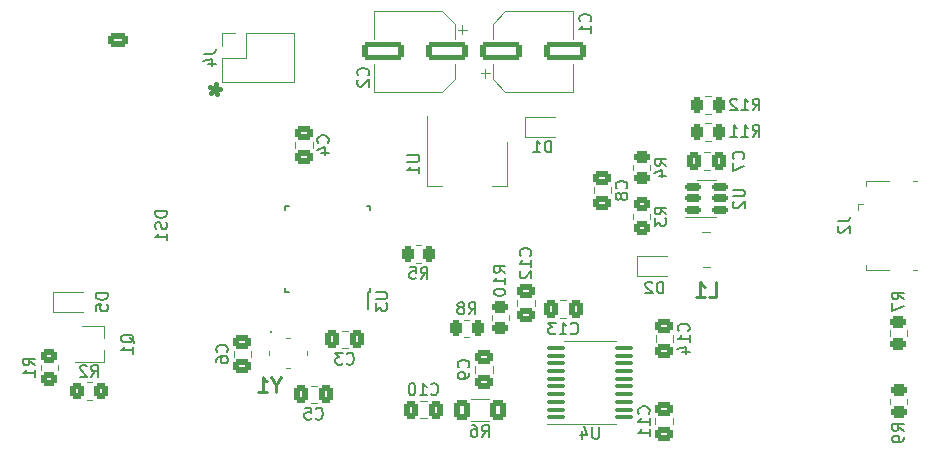
<source format=gbo>
%TF.GenerationSoftware,KiCad,Pcbnew,(6.0.0)*%
%TF.CreationDate,2022-11-20T21:00:10+02:00*%
%TF.ProjectId,djiFriend,646a6946-7269-4656-9e64-2e6b69636164,rev?*%
%TF.SameCoordinates,Original*%
%TF.FileFunction,Legend,Bot*%
%TF.FilePolarity,Positive*%
%FSLAX46Y46*%
G04 Gerber Fmt 4.6, Leading zero omitted, Abs format (unit mm)*
G04 Created by KiCad (PCBNEW (6.0.0)) date 2022-11-20 21:00:10*
%MOMM*%
%LPD*%
G01*
G04 APERTURE LIST*
G04 Aperture macros list*
%AMRoundRect*
0 Rectangle with rounded corners*
0 $1 Rounding radius*
0 $2 $3 $4 $5 $6 $7 $8 $9 X,Y pos of 4 corners*
0 Add a 4 corners polygon primitive as box body*
4,1,4,$2,$3,$4,$5,$6,$7,$8,$9,$2,$3,0*
0 Add four circle primitives for the rounded corners*
1,1,$1+$1,$2,$3*
1,1,$1+$1,$4,$5*
1,1,$1+$1,$6,$7*
1,1,$1+$1,$8,$9*
0 Add four rect primitives between the rounded corners*
20,1,$1+$1,$2,$3,$4,$5,0*
20,1,$1+$1,$4,$5,$6,$7,0*
20,1,$1+$1,$6,$7,$8,$9,0*
20,1,$1+$1,$8,$9,$2,$3,0*%
G04 Aperture macros list end*
%ADD10C,0.381000*%
%ADD11C,0.150000*%
%ADD12C,0.254000*%
%ADD13C,0.120000*%
%ADD14C,0.100000*%
%ADD15C,1.700000*%
%ADD16C,1.540000*%
%ADD17C,1.950000*%
%ADD18C,3.200000*%
%ADD19R,1.700000X1.700000*%
%ADD20R,1.800000X1.800000*%
%ADD21C,1.800000*%
%ADD22RoundRect,0.250000X-0.625000X0.350000X-0.625000X-0.350000X0.625000X-0.350000X0.625000X0.350000X0*%
%ADD23O,1.750000X1.200000*%
%ADD24RoundRect,0.250000X0.475000X-0.337500X0.475000X0.337500X-0.475000X0.337500X-0.475000X-0.337500X0*%
%ADD25RoundRect,0.250000X0.350000X0.450000X-0.350000X0.450000X-0.350000X-0.450000X0.350000X-0.450000X0*%
%ADD26RoundRect,0.250000X-0.337500X-0.475000X0.337500X-0.475000X0.337500X0.475000X-0.337500X0.475000X0*%
%ADD27RoundRect,0.250000X-0.450000X0.262500X-0.450000X-0.262500X0.450000X-0.262500X0.450000X0.262500X0*%
%ADD28RoundRect,0.250000X-0.450000X0.350000X-0.450000X-0.350000X0.450000X-0.350000X0.450000X0.350000X0*%
%ADD29RoundRect,0.250000X0.262500X0.450000X-0.262500X0.450000X-0.262500X-0.450000X0.262500X-0.450000X0*%
%ADD30RoundRect,0.250000X0.337500X0.475000X-0.337500X0.475000X-0.337500X-0.475000X0.337500X-0.475000X0*%
%ADD31RoundRect,0.250000X-1.500000X-0.550000X1.500000X-0.550000X1.500000X0.550000X-1.500000X0.550000X0*%
%ADD32R,0.500000X0.500000*%
%ADD33R,1.350000X1.350000*%
%ADD34O,1.350000X1.350000*%
%ADD35RoundRect,0.250000X1.500000X0.550000X-1.500000X0.550000X-1.500000X-0.550000X1.500000X-0.550000X0*%
%ADD36R,0.850000X2.700000*%
%ADD37R,1.300000X1.100000*%
%ADD38R,1.500000X2.000000*%
%ADD39R,3.800000X2.000000*%
%ADD40R,1.220000X0.650000*%
%ADD41RoundRect,0.250000X-0.262500X-0.450000X0.262500X-0.450000X0.262500X0.450000X-0.262500X0.450000X0*%
%ADD42RoundRect,0.150000X-0.512500X-0.150000X0.512500X-0.150000X0.512500X0.150000X-0.512500X0.150000X0*%
%ADD43RoundRect,0.250000X0.450000X-0.262500X0.450000X0.262500X-0.450000X0.262500X-0.450000X-0.262500X0*%
%ADD44RoundRect,0.250000X-0.475000X0.337500X-0.475000X-0.337500X0.475000X-0.337500X0.475000X0.337500X0*%
%ADD45RoundRect,0.250000X-0.400000X-0.625000X0.400000X-0.625000X0.400000X0.625000X-0.400000X0.625000X0*%
%ADD46R,0.550000X1.600000*%
%ADD47R,1.600000X0.550000*%
%ADD48R,1.350000X0.400000*%
%ADD49O,0.950000X1.250000*%
%ADD50O,1.550000X0.890000*%
%ADD51R,1.550000X1.500000*%
%ADD52R,1.550000X1.200000*%
%ADD53R,2.400000X3.700000*%
%ADD54RoundRect,0.100000X-0.687500X-0.100000X0.687500X-0.100000X0.687500X0.100000X-0.687500X0.100000X0*%
%ADD55RoundRect,0.250000X0.450000X-0.350000X0.450000X0.350000X-0.450000X0.350000X-0.450000X-0.350000X0*%
G04 APERTURE END LIST*
D10*
X81455113Y-55044486D02*
X81754455Y-54745144D01*
X81934060Y-55164223D02*
X81754455Y-54745144D01*
X81335376Y-54565539D01*
X82173534Y-54685276D02*
X81754455Y-54745144D01*
X81814323Y-54326065D01*
D11*
X77685980Y-65063114D02*
X76685980Y-65063114D01*
X76685980Y-65301209D01*
X76733600Y-65444066D01*
X76828838Y-65539304D01*
X76924076Y-65586923D01*
X77114552Y-65634542D01*
X77257409Y-65634542D01*
X77447885Y-65586923D01*
X77543123Y-65539304D01*
X77638361Y-65444066D01*
X77685980Y-65301209D01*
X77685980Y-65063114D01*
X77638361Y-66015495D02*
X77685980Y-66158352D01*
X77685980Y-66396447D01*
X77638361Y-66491685D01*
X77590742Y-66539304D01*
X77495504Y-66586923D01*
X77400266Y-66586923D01*
X77305028Y-66539304D01*
X77257409Y-66491685D01*
X77209790Y-66396447D01*
X77162171Y-66205971D01*
X77114552Y-66110733D01*
X77066933Y-66063114D01*
X76971695Y-66015495D01*
X76876457Y-66015495D01*
X76781219Y-66063114D01*
X76733600Y-66110733D01*
X76685980Y-66205971D01*
X76685980Y-66444066D01*
X76733600Y-66586923D01*
X77685980Y-67539304D02*
X77685980Y-66967876D01*
X77685980Y-67253590D02*
X76685980Y-67253590D01*
X76828838Y-67158352D01*
X76924076Y-67063114D01*
X76971695Y-66967876D01*
X108451742Y-68834942D02*
X108499361Y-68787323D01*
X108546980Y-68644466D01*
X108546980Y-68549228D01*
X108499361Y-68406371D01*
X108404123Y-68311133D01*
X108308885Y-68263514D01*
X108118409Y-68215895D01*
X107975552Y-68215895D01*
X107785076Y-68263514D01*
X107689838Y-68311133D01*
X107594600Y-68406371D01*
X107546980Y-68549228D01*
X107546980Y-68644466D01*
X107594600Y-68787323D01*
X107642219Y-68834942D01*
X108546980Y-69787323D02*
X108546980Y-69215895D01*
X108546980Y-69501609D02*
X107546980Y-69501609D01*
X107689838Y-69406371D01*
X107785076Y-69311133D01*
X107832695Y-69215895D01*
X107642219Y-70168276D02*
X107594600Y-70215895D01*
X107546980Y-70311133D01*
X107546980Y-70549228D01*
X107594600Y-70644466D01*
X107642219Y-70692085D01*
X107737457Y-70739704D01*
X107832695Y-70739704D01*
X107975552Y-70692085D01*
X108546980Y-70120657D01*
X108546980Y-70739704D01*
X71272676Y-79092380D02*
X71606010Y-78616190D01*
X71844105Y-79092380D02*
X71844105Y-78092380D01*
X71463152Y-78092380D01*
X71367914Y-78140000D01*
X71320295Y-78187619D01*
X71272676Y-78282857D01*
X71272676Y-78425714D01*
X71320295Y-78520952D01*
X71367914Y-78568571D01*
X71463152Y-78616190D01*
X71844105Y-78616190D01*
X70891724Y-78187619D02*
X70844105Y-78140000D01*
X70748867Y-78092380D01*
X70510771Y-78092380D01*
X70415533Y-78140000D01*
X70367914Y-78187619D01*
X70320295Y-78282857D01*
X70320295Y-78378095D01*
X70367914Y-78520952D01*
X70939343Y-79092380D01*
X70320295Y-79092380D01*
X90274166Y-82614742D02*
X90321785Y-82662361D01*
X90464642Y-82709980D01*
X90559880Y-82709980D01*
X90702738Y-82662361D01*
X90797976Y-82567123D01*
X90845595Y-82471885D01*
X90893214Y-82281409D01*
X90893214Y-82138552D01*
X90845595Y-81948076D01*
X90797976Y-81852838D01*
X90702738Y-81757600D01*
X90559880Y-81709980D01*
X90464642Y-81709980D01*
X90321785Y-81757600D01*
X90274166Y-81805219D01*
X89369404Y-81709980D02*
X89845595Y-81709980D01*
X89893214Y-82186171D01*
X89845595Y-82138552D01*
X89750357Y-82090933D01*
X89512261Y-82090933D01*
X89417023Y-82138552D01*
X89369404Y-82186171D01*
X89321785Y-82281409D01*
X89321785Y-82519504D01*
X89369404Y-82614742D01*
X89417023Y-82662361D01*
X89512261Y-82709980D01*
X89750357Y-82709980D01*
X89845595Y-82662361D01*
X89893214Y-82614742D01*
X140068380Y-72538833D02*
X139592190Y-72205500D01*
X140068380Y-71967404D02*
X139068380Y-71967404D01*
X139068380Y-72348357D01*
X139116000Y-72443595D01*
X139163619Y-72491214D01*
X139258857Y-72538833D01*
X139401714Y-72538833D01*
X139496952Y-72491214D01*
X139544571Y-72443595D01*
X139592190Y-72348357D01*
X139592190Y-71967404D01*
X139068380Y-72872166D02*
X139068380Y-73538833D01*
X140068380Y-73110261D01*
X66520790Y-78126133D02*
X66044600Y-77792800D01*
X66520790Y-77554704D02*
X65520790Y-77554704D01*
X65520790Y-77935657D01*
X65568410Y-78030895D01*
X65616029Y-78078514D01*
X65711267Y-78126133D01*
X65854124Y-78126133D01*
X65949362Y-78078514D01*
X65996981Y-78030895D01*
X66044600Y-77935657D01*
X66044600Y-77554704D01*
X66520790Y-79078514D02*
X66520790Y-78507085D01*
X66520790Y-78792800D02*
X65520790Y-78792800D01*
X65663648Y-78697561D01*
X65758886Y-78602323D01*
X65806505Y-78507085D01*
X103232066Y-73791980D02*
X103565400Y-73315790D01*
X103803495Y-73791980D02*
X103803495Y-72791980D01*
X103422542Y-72791980D01*
X103327304Y-72839600D01*
X103279685Y-72887219D01*
X103232066Y-72982457D01*
X103232066Y-73125314D01*
X103279685Y-73220552D01*
X103327304Y-73268171D01*
X103422542Y-73315790D01*
X103803495Y-73315790D01*
X102660638Y-73220552D02*
X102755876Y-73172933D01*
X102803495Y-73125314D01*
X102851114Y-73030076D01*
X102851114Y-72982457D01*
X102803495Y-72887219D01*
X102755876Y-72839600D01*
X102660638Y-72791980D01*
X102470161Y-72791980D01*
X102374923Y-72839600D01*
X102327304Y-72887219D01*
X102279685Y-72982457D01*
X102279685Y-73030076D01*
X102327304Y-73125314D01*
X102374923Y-73172933D01*
X102470161Y-73220552D01*
X102660638Y-73220552D01*
X102755876Y-73268171D01*
X102803495Y-73315790D01*
X102851114Y-73411028D01*
X102851114Y-73601504D01*
X102803495Y-73696742D01*
X102755876Y-73744361D01*
X102660638Y-73791980D01*
X102470161Y-73791980D01*
X102374923Y-73744361D01*
X102327304Y-73696742D01*
X102279685Y-73601504D01*
X102279685Y-73411028D01*
X102327304Y-73315790D01*
X102374923Y-73268171D01*
X102470161Y-73220552D01*
X127279457Y-58754180D02*
X127612790Y-58277990D01*
X127850885Y-58754180D02*
X127850885Y-57754180D01*
X127469933Y-57754180D01*
X127374695Y-57801800D01*
X127327076Y-57849419D01*
X127279457Y-57944657D01*
X127279457Y-58087514D01*
X127327076Y-58182752D01*
X127374695Y-58230371D01*
X127469933Y-58277990D01*
X127850885Y-58277990D01*
X126327076Y-58754180D02*
X126898504Y-58754180D01*
X126612790Y-58754180D02*
X126612790Y-57754180D01*
X126708028Y-57897038D01*
X126803266Y-57992276D01*
X126898504Y-58039895D01*
X125374695Y-58754180D02*
X125946123Y-58754180D01*
X125660409Y-58754180D02*
X125660409Y-57754180D01*
X125755647Y-57897038D01*
X125850885Y-57992276D01*
X125946123Y-58039895D01*
X100046757Y-80550142D02*
X100094376Y-80597761D01*
X100237233Y-80645380D01*
X100332471Y-80645380D01*
X100475328Y-80597761D01*
X100570566Y-80502523D01*
X100618185Y-80407285D01*
X100665804Y-80216809D01*
X100665804Y-80073952D01*
X100618185Y-79883476D01*
X100570566Y-79788238D01*
X100475328Y-79693000D01*
X100332471Y-79645380D01*
X100237233Y-79645380D01*
X100094376Y-79693000D01*
X100046757Y-79740619D01*
X99094376Y-80645380D02*
X99665804Y-80645380D01*
X99380090Y-80645380D02*
X99380090Y-79645380D01*
X99475328Y-79788238D01*
X99570566Y-79883476D01*
X99665804Y-79931095D01*
X98475328Y-79645380D02*
X98380090Y-79645380D01*
X98284852Y-79693000D01*
X98237233Y-79740619D01*
X98189614Y-79835857D01*
X98141995Y-80026333D01*
X98141995Y-80264428D01*
X98189614Y-80454904D01*
X98237233Y-80550142D01*
X98284852Y-80597761D01*
X98380090Y-80645380D01*
X98475328Y-80645380D01*
X98570566Y-80597761D01*
X98618185Y-80550142D01*
X98665804Y-80454904D01*
X98713423Y-80264428D01*
X98713423Y-80026333D01*
X98665804Y-79835857D01*
X98618185Y-79740619D01*
X98570566Y-79693000D01*
X98475328Y-79645380D01*
X113506342Y-48991133D02*
X113553961Y-48943514D01*
X113601580Y-48800657D01*
X113601580Y-48705419D01*
X113553961Y-48562561D01*
X113458723Y-48467323D01*
X113363485Y-48419704D01*
X113173009Y-48372085D01*
X113030152Y-48372085D01*
X112839676Y-48419704D01*
X112744438Y-48467323D01*
X112649200Y-48562561D01*
X112601580Y-48705419D01*
X112601580Y-48800657D01*
X112649200Y-48943514D01*
X112696819Y-48991133D01*
X113601580Y-49943514D02*
X113601580Y-49372085D01*
X113601580Y-49657800D02*
X112601580Y-49657800D01*
X112744438Y-49562561D01*
X112839676Y-49467323D01*
X112887295Y-49372085D01*
X119723795Y-72035530D02*
X119723795Y-71035530D01*
X119485700Y-71035530D01*
X119342842Y-71083150D01*
X119247604Y-71178388D01*
X119199985Y-71273626D01*
X119152366Y-71464102D01*
X119152366Y-71606959D01*
X119199985Y-71797435D01*
X119247604Y-71892673D01*
X119342842Y-71987911D01*
X119485700Y-72035530D01*
X119723795Y-72035530D01*
X118771414Y-71130769D02*
X118723795Y-71083150D01*
X118628557Y-71035530D01*
X118390461Y-71035530D01*
X118295223Y-71083150D01*
X118247604Y-71130769D01*
X118199985Y-71226007D01*
X118199985Y-71321245D01*
X118247604Y-71464102D01*
X118819033Y-72035530D01*
X118199985Y-72035530D01*
X80804780Y-51729466D02*
X81519066Y-51729466D01*
X81661923Y-51681847D01*
X81757161Y-51586609D01*
X81804780Y-51443752D01*
X81804780Y-51348514D01*
X81138114Y-52634228D02*
X81804780Y-52634228D01*
X80757161Y-52396133D02*
X81471447Y-52158038D01*
X81471447Y-52777085D01*
X94710342Y-53563133D02*
X94757961Y-53515514D01*
X94805580Y-53372657D01*
X94805580Y-53277419D01*
X94757961Y-53134561D01*
X94662723Y-53039323D01*
X94567485Y-52991704D01*
X94377009Y-52944085D01*
X94234152Y-52944085D01*
X94043676Y-52991704D01*
X93948438Y-53039323D01*
X93853200Y-53134561D01*
X93805580Y-53277419D01*
X93805580Y-53372657D01*
X93853200Y-53515514D01*
X93900819Y-53563133D01*
X93900819Y-53944085D02*
X93853200Y-53991704D01*
X93805580Y-54086942D01*
X93805580Y-54325038D01*
X93853200Y-54420276D01*
X93900819Y-54467895D01*
X93996057Y-54515514D01*
X94091295Y-54515514D01*
X94234152Y-54467895D01*
X94805580Y-53896466D01*
X94805580Y-54515514D01*
X91310342Y-59282033D02*
X91357961Y-59234414D01*
X91405580Y-59091557D01*
X91405580Y-58996319D01*
X91357961Y-58853461D01*
X91262723Y-58758223D01*
X91167485Y-58710604D01*
X90977009Y-58662985D01*
X90834152Y-58662985D01*
X90643676Y-58710604D01*
X90548438Y-58758223D01*
X90453200Y-58853461D01*
X90405580Y-58996319D01*
X90405580Y-59091557D01*
X90453200Y-59234414D01*
X90500819Y-59282033D01*
X90738914Y-60139176D02*
X91405580Y-60139176D01*
X90357961Y-59901080D02*
X91072247Y-59662985D01*
X91072247Y-60282033D01*
D12*
X123571666Y-72363723D02*
X124176428Y-72363723D01*
X124176428Y-71093723D01*
X122483095Y-72363723D02*
X123208809Y-72363723D01*
X122845952Y-72363723D02*
X122845952Y-71093723D01*
X122966904Y-71275152D01*
X123087857Y-71396104D01*
X123208809Y-71456580D01*
X86931561Y-79785361D02*
X86931561Y-80390123D01*
X87354895Y-79120123D02*
X86931561Y-79785361D01*
X86508228Y-79120123D01*
X85419657Y-80390123D02*
X86145371Y-80390123D01*
X85782514Y-80390123D02*
X85782514Y-79120123D01*
X85903466Y-79301552D01*
X86024419Y-79422504D01*
X86145371Y-79482980D01*
D11*
X98043180Y-60308495D02*
X98852704Y-60308495D01*
X98947942Y-60356114D01*
X98995561Y-60403733D01*
X99043180Y-60498971D01*
X99043180Y-60689447D01*
X98995561Y-60784685D01*
X98947942Y-60832304D01*
X98852704Y-60879923D01*
X98043180Y-60879923D01*
X99043180Y-61879923D02*
X99043180Y-61308495D01*
X99043180Y-61594209D02*
X98043180Y-61594209D01*
X98186038Y-61498971D01*
X98281276Y-61403733D01*
X98328895Y-61308495D01*
X74911019Y-76231761D02*
X74863400Y-76136523D01*
X74768161Y-76041285D01*
X74625304Y-75898428D01*
X74577685Y-75803190D01*
X74577685Y-75707952D01*
X74815780Y-75755571D02*
X74768161Y-75660333D01*
X74672923Y-75565095D01*
X74482447Y-75517476D01*
X74149114Y-75517476D01*
X73958638Y-75565095D01*
X73863400Y-75660333D01*
X73815780Y-75755571D01*
X73815780Y-75946047D01*
X73863400Y-76041285D01*
X73958638Y-76136523D01*
X74149114Y-76184142D01*
X74482447Y-76184142D01*
X74672923Y-76136523D01*
X74768161Y-76041285D01*
X74815780Y-75946047D01*
X74815780Y-75755571D01*
X74815780Y-77136523D02*
X74815780Y-76565095D01*
X74815780Y-76850809D02*
X73815780Y-76850809D01*
X73958638Y-76755571D01*
X74053876Y-76660333D01*
X74101495Y-76565095D01*
X111883157Y-75401142D02*
X111930776Y-75448761D01*
X112073633Y-75496380D01*
X112168871Y-75496380D01*
X112311728Y-75448761D01*
X112406966Y-75353523D01*
X112454585Y-75258285D01*
X112502204Y-75067809D01*
X112502204Y-74924952D01*
X112454585Y-74734476D01*
X112406966Y-74639238D01*
X112311728Y-74544000D01*
X112168871Y-74496380D01*
X112073633Y-74496380D01*
X111930776Y-74544000D01*
X111883157Y-74591619D01*
X110930776Y-75496380D02*
X111502204Y-75496380D01*
X111216490Y-75496380D02*
X111216490Y-74496380D01*
X111311728Y-74639238D01*
X111406966Y-74734476D01*
X111502204Y-74782095D01*
X110597442Y-74496380D02*
X109978395Y-74496380D01*
X110311728Y-74877333D01*
X110168871Y-74877333D01*
X110073633Y-74924952D01*
X110026014Y-74972571D01*
X109978395Y-75067809D01*
X109978395Y-75305904D01*
X110026014Y-75401142D01*
X110073633Y-75448761D01*
X110168871Y-75496380D01*
X110454585Y-75496380D01*
X110549823Y-75448761D01*
X110597442Y-75401142D01*
X110229695Y-60100380D02*
X110229695Y-59100380D01*
X109991600Y-59100380D01*
X109848742Y-59148000D01*
X109753504Y-59243238D01*
X109705885Y-59338476D01*
X109658266Y-59528952D01*
X109658266Y-59671809D01*
X109705885Y-59862285D01*
X109753504Y-59957523D01*
X109848742Y-60052761D01*
X109991600Y-60100380D01*
X110229695Y-60100380D01*
X108705885Y-60100380D02*
X109277314Y-60100380D01*
X108991600Y-60100380D02*
X108991600Y-59100380D01*
X109086838Y-59243238D01*
X109182076Y-59338476D01*
X109277314Y-59386095D01*
X72664580Y-72007504D02*
X71664580Y-72007504D01*
X71664580Y-72245600D01*
X71712200Y-72388457D01*
X71807438Y-72483695D01*
X71902676Y-72531314D01*
X72093152Y-72578933D01*
X72236009Y-72578933D01*
X72426485Y-72531314D01*
X72521723Y-72483695D01*
X72616961Y-72388457D01*
X72664580Y-72245600D01*
X72664580Y-72007504D01*
X71664580Y-73483695D02*
X71664580Y-73007504D01*
X72140771Y-72959885D01*
X72093152Y-73007504D01*
X72045533Y-73102742D01*
X72045533Y-73340838D01*
X72093152Y-73436076D01*
X72140771Y-73483695D01*
X72236009Y-73531314D01*
X72474104Y-73531314D01*
X72569342Y-73483695D01*
X72616961Y-73436076D01*
X72664580Y-73340838D01*
X72664580Y-73102742D01*
X72616961Y-73007504D01*
X72569342Y-72959885D01*
X99166166Y-70792780D02*
X99499500Y-70316590D01*
X99737595Y-70792780D02*
X99737595Y-69792780D01*
X99356642Y-69792780D01*
X99261404Y-69840400D01*
X99213785Y-69888019D01*
X99166166Y-69983257D01*
X99166166Y-70126114D01*
X99213785Y-70221352D01*
X99261404Y-70268971D01*
X99356642Y-70316590D01*
X99737595Y-70316590D01*
X98261404Y-69792780D02*
X98737595Y-69792780D01*
X98785214Y-70268971D01*
X98737595Y-70221352D01*
X98642357Y-70173733D01*
X98404261Y-70173733D01*
X98309023Y-70221352D01*
X98261404Y-70268971D01*
X98213785Y-70364209D01*
X98213785Y-70602304D01*
X98261404Y-70697542D01*
X98309023Y-70745161D01*
X98404261Y-70792780D01*
X98642357Y-70792780D01*
X98737595Y-70745161D01*
X98785214Y-70697542D01*
X125600880Y-63256245D02*
X126410404Y-63256245D01*
X126505642Y-63303864D01*
X126553261Y-63351483D01*
X126600880Y-63446721D01*
X126600880Y-63637197D01*
X126553261Y-63732435D01*
X126505642Y-63780054D01*
X126410404Y-63827673D01*
X125600880Y-63827673D01*
X125696119Y-64256245D02*
X125648500Y-64303864D01*
X125600880Y-64399102D01*
X125600880Y-64637197D01*
X125648500Y-64732435D01*
X125696119Y-64780054D01*
X125791357Y-64827673D01*
X125886595Y-64827673D01*
X126029452Y-64780054D01*
X126600880Y-64208626D01*
X126600880Y-64827673D01*
X92898166Y-77966542D02*
X92945785Y-78014161D01*
X93088642Y-78061780D01*
X93183880Y-78061780D01*
X93326738Y-78014161D01*
X93421976Y-77918923D01*
X93469595Y-77823685D01*
X93517214Y-77633209D01*
X93517214Y-77490352D01*
X93469595Y-77299876D01*
X93421976Y-77204638D01*
X93326738Y-77109400D01*
X93183880Y-77061780D01*
X93088642Y-77061780D01*
X92945785Y-77109400D01*
X92898166Y-77157019D01*
X92564833Y-77061780D02*
X91945785Y-77061780D01*
X92279119Y-77442733D01*
X92136261Y-77442733D01*
X92041023Y-77490352D01*
X91993404Y-77537971D01*
X91945785Y-77633209D01*
X91945785Y-77871304D01*
X91993404Y-77966542D01*
X92041023Y-78014161D01*
X92136261Y-78061780D01*
X92421976Y-78061780D01*
X92517214Y-78014161D01*
X92564833Y-77966542D01*
X140068380Y-83685633D02*
X139592190Y-83352300D01*
X140068380Y-83114204D02*
X139068380Y-83114204D01*
X139068380Y-83495157D01*
X139116000Y-83590395D01*
X139163619Y-83638014D01*
X139258857Y-83685633D01*
X139401714Y-83685633D01*
X139496952Y-83638014D01*
X139544571Y-83590395D01*
X139592190Y-83495157D01*
X139592190Y-83114204D01*
X140068380Y-84161823D02*
X140068380Y-84352300D01*
X140020761Y-84447538D01*
X139973142Y-84495157D01*
X139830285Y-84590395D01*
X139639809Y-84638014D01*
X139258857Y-84638014D01*
X139163619Y-84590395D01*
X139116000Y-84542776D01*
X139068380Y-84447538D01*
X139068380Y-84257061D01*
X139116000Y-84161823D01*
X139163619Y-84114204D01*
X139258857Y-84066585D01*
X139496952Y-84066585D01*
X139592190Y-84114204D01*
X139639809Y-84161823D01*
X139687428Y-84257061D01*
X139687428Y-84447538D01*
X139639809Y-84542776D01*
X139592190Y-84590395D01*
X139496952Y-84638014D01*
X106337180Y-70308142D02*
X105860990Y-69974809D01*
X106337180Y-69736714D02*
X105337180Y-69736714D01*
X105337180Y-70117666D01*
X105384800Y-70212904D01*
X105432419Y-70260523D01*
X105527657Y-70308142D01*
X105670514Y-70308142D01*
X105765752Y-70260523D01*
X105813371Y-70212904D01*
X105860990Y-70117666D01*
X105860990Y-69736714D01*
X106337180Y-71260523D02*
X106337180Y-70689095D01*
X106337180Y-70974809D02*
X105337180Y-70974809D01*
X105480038Y-70879571D01*
X105575276Y-70784333D01*
X105622895Y-70689095D01*
X105337180Y-71879571D02*
X105337180Y-71974809D01*
X105384800Y-72070047D01*
X105432419Y-72117666D01*
X105527657Y-72165285D01*
X105718133Y-72212904D01*
X105956228Y-72212904D01*
X106146704Y-72165285D01*
X106241942Y-72117666D01*
X106289561Y-72070047D01*
X106337180Y-71974809D01*
X106337180Y-71879571D01*
X106289561Y-71784333D01*
X106241942Y-71736714D01*
X106146704Y-71689095D01*
X105956228Y-71641476D01*
X105718133Y-71641476D01*
X105527657Y-71689095D01*
X105432419Y-71736714D01*
X105384800Y-71784333D01*
X105337180Y-71879571D01*
X118455742Y-82216842D02*
X118503361Y-82169223D01*
X118550980Y-82026366D01*
X118550980Y-81931128D01*
X118503361Y-81788271D01*
X118408123Y-81693033D01*
X118312885Y-81645414D01*
X118122409Y-81597795D01*
X117979552Y-81597795D01*
X117789076Y-81645414D01*
X117693838Y-81693033D01*
X117598600Y-81788271D01*
X117550980Y-81931128D01*
X117550980Y-82026366D01*
X117598600Y-82169223D01*
X117646219Y-82216842D01*
X118550980Y-83169223D02*
X118550980Y-82597795D01*
X118550980Y-82883509D02*
X117550980Y-82883509D01*
X117693838Y-82788271D01*
X117789076Y-82693033D01*
X117836695Y-82597795D01*
X118550980Y-84121604D02*
X118550980Y-83550176D01*
X118550980Y-83835890D02*
X117550980Y-83835890D01*
X117693838Y-83740652D01*
X117789076Y-83645414D01*
X117836695Y-83550176D01*
X126485742Y-60649733D02*
X126533361Y-60602114D01*
X126580980Y-60459257D01*
X126580980Y-60364019D01*
X126533361Y-60221161D01*
X126438123Y-60125923D01*
X126342885Y-60078304D01*
X126152409Y-60030685D01*
X126009552Y-60030685D01*
X125819076Y-60078304D01*
X125723838Y-60125923D01*
X125628600Y-60221161D01*
X125580980Y-60364019D01*
X125580980Y-60459257D01*
X125628600Y-60602114D01*
X125676219Y-60649733D01*
X125580980Y-60983066D02*
X125580980Y-61649733D01*
X126580980Y-61221161D01*
X127279457Y-56544380D02*
X127612790Y-56068190D01*
X127850885Y-56544380D02*
X127850885Y-55544380D01*
X127469933Y-55544380D01*
X127374695Y-55592000D01*
X127327076Y-55639619D01*
X127279457Y-55734857D01*
X127279457Y-55877714D01*
X127327076Y-55972952D01*
X127374695Y-56020571D01*
X127469933Y-56068190D01*
X127850885Y-56068190D01*
X126327076Y-56544380D02*
X126898504Y-56544380D01*
X126612790Y-56544380D02*
X126612790Y-55544380D01*
X126708028Y-55687238D01*
X126803266Y-55782476D01*
X126898504Y-55830095D01*
X125946123Y-55639619D02*
X125898504Y-55592000D01*
X125803266Y-55544380D01*
X125565171Y-55544380D01*
X125469933Y-55592000D01*
X125422314Y-55639619D01*
X125374695Y-55734857D01*
X125374695Y-55830095D01*
X125422314Y-55972952D01*
X125993742Y-56544380D01*
X125374695Y-56544380D01*
X104349066Y-84170780D02*
X104682400Y-83694590D01*
X104920495Y-84170780D02*
X104920495Y-83170780D01*
X104539542Y-83170780D01*
X104444304Y-83218400D01*
X104396685Y-83266019D01*
X104349066Y-83361257D01*
X104349066Y-83504114D01*
X104396685Y-83599352D01*
X104444304Y-83646971D01*
X104539542Y-83694590D01*
X104920495Y-83694590D01*
X103491923Y-83170780D02*
X103682400Y-83170780D01*
X103777638Y-83218400D01*
X103825257Y-83266019D01*
X103920495Y-83408876D01*
X103968114Y-83599352D01*
X103968114Y-83980304D01*
X103920495Y-84075542D01*
X103872876Y-84123161D01*
X103777638Y-84170780D01*
X103587161Y-84170780D01*
X103491923Y-84123161D01*
X103444304Y-84075542D01*
X103396685Y-83980304D01*
X103396685Y-83742209D01*
X103444304Y-83646971D01*
X103491923Y-83599352D01*
X103587161Y-83551733D01*
X103777638Y-83551733D01*
X103872876Y-83599352D01*
X103920495Y-83646971D01*
X103968114Y-83742209D01*
X82743342Y-76985833D02*
X82790961Y-76938214D01*
X82838580Y-76795357D01*
X82838580Y-76700119D01*
X82790961Y-76557261D01*
X82695723Y-76462023D01*
X82600485Y-76414404D01*
X82410009Y-76366785D01*
X82267152Y-76366785D01*
X82076676Y-76414404D01*
X81981438Y-76462023D01*
X81886200Y-76557261D01*
X81838580Y-76700119D01*
X81838580Y-76795357D01*
X81886200Y-76938214D01*
X81933819Y-76985833D01*
X81838580Y-77842976D02*
X81838580Y-77652500D01*
X81886200Y-77557261D01*
X81933819Y-77509642D01*
X82076676Y-77414404D01*
X82267152Y-77366785D01*
X82648104Y-77366785D01*
X82743342Y-77414404D01*
X82790961Y-77462023D01*
X82838580Y-77557261D01*
X82838580Y-77747738D01*
X82790961Y-77842976D01*
X82743342Y-77890595D01*
X82648104Y-77938214D01*
X82410009Y-77938214D01*
X82314771Y-77890595D01*
X82267152Y-77842976D01*
X82219533Y-77747738D01*
X82219533Y-77557261D01*
X82267152Y-77462023D01*
X82314771Y-77414404D01*
X82410009Y-77366785D01*
X95354980Y-71916295D02*
X96164504Y-71916295D01*
X96259742Y-71963914D01*
X96307361Y-72011533D01*
X96354980Y-72106771D01*
X96354980Y-72297247D01*
X96307361Y-72392485D01*
X96259742Y-72440104D01*
X96164504Y-72487723D01*
X95354980Y-72487723D01*
X95354980Y-72868676D02*
X95354980Y-73487723D01*
X95735933Y-73154390D01*
X95735933Y-73297247D01*
X95783552Y-73392485D01*
X95831171Y-73440104D01*
X95926409Y-73487723D01*
X96164504Y-73487723D01*
X96259742Y-73440104D01*
X96307361Y-73392485D01*
X96354980Y-73297247D01*
X96354980Y-73011533D01*
X96307361Y-72916295D01*
X96259742Y-72868676D01*
X134491180Y-65918666D02*
X135205466Y-65918666D01*
X135348323Y-65871047D01*
X135443561Y-65775809D01*
X135491180Y-65632952D01*
X135491180Y-65537714D01*
X134586419Y-66347238D02*
X134538800Y-66394857D01*
X134491180Y-66490095D01*
X134491180Y-66728190D01*
X134538800Y-66823428D01*
X134586419Y-66871047D01*
X134681657Y-66918666D01*
X134776895Y-66918666D01*
X134919752Y-66871047D01*
X135491180Y-66299619D01*
X135491180Y-66918666D01*
X116577842Y-63140283D02*
X116625461Y-63092664D01*
X116673080Y-62949807D01*
X116673080Y-62854569D01*
X116625461Y-62711711D01*
X116530223Y-62616473D01*
X116434985Y-62568854D01*
X116244509Y-62521235D01*
X116101652Y-62521235D01*
X115911176Y-62568854D01*
X115815938Y-62616473D01*
X115720700Y-62711711D01*
X115673080Y-62854569D01*
X115673080Y-62949807D01*
X115720700Y-63092664D01*
X115768319Y-63140283D01*
X116101652Y-63711711D02*
X116054033Y-63616473D01*
X116006414Y-63568854D01*
X115911176Y-63521235D01*
X115863557Y-63521235D01*
X115768319Y-63568854D01*
X115720700Y-63616473D01*
X115673080Y-63711711D01*
X115673080Y-63902188D01*
X115720700Y-63997426D01*
X115768319Y-64045045D01*
X115863557Y-64092664D01*
X115911176Y-64092664D01*
X116006414Y-64045045D01*
X116054033Y-63997426D01*
X116101652Y-63902188D01*
X116101652Y-63711711D01*
X116149271Y-63616473D01*
X116196890Y-63568854D01*
X116292128Y-63521235D01*
X116482604Y-63521235D01*
X116577842Y-63568854D01*
X116625461Y-63616473D01*
X116673080Y-63711711D01*
X116673080Y-63902188D01*
X116625461Y-63997426D01*
X116577842Y-64045045D01*
X116482604Y-64092664D01*
X116292128Y-64092664D01*
X116196890Y-64045045D01*
X116149271Y-63997426D01*
X116101652Y-63902188D01*
X114266704Y-83348580D02*
X114266704Y-84158104D01*
X114219085Y-84253342D01*
X114171466Y-84300961D01*
X114076228Y-84348580D01*
X113885752Y-84348580D01*
X113790514Y-84300961D01*
X113742895Y-84253342D01*
X113695276Y-84158104D01*
X113695276Y-83348580D01*
X112790514Y-83681914D02*
X112790514Y-84348580D01*
X113028609Y-83300961D02*
X113266704Y-84015247D01*
X112647657Y-84015247D01*
X119970480Y-61207983D02*
X119494290Y-60874650D01*
X119970480Y-60636554D02*
X118970480Y-60636554D01*
X118970480Y-61017507D01*
X119018100Y-61112745D01*
X119065719Y-61160364D01*
X119160957Y-61207983D01*
X119303814Y-61207983D01*
X119399052Y-61160364D01*
X119446671Y-61112745D01*
X119494290Y-61017507D01*
X119494290Y-60636554D01*
X119303814Y-62065126D02*
X119970480Y-62065126D01*
X118922861Y-61827030D02*
X119637147Y-61588935D01*
X119637147Y-62207983D01*
X103190342Y-78302733D02*
X103237961Y-78255114D01*
X103285580Y-78112257D01*
X103285580Y-78017019D01*
X103237961Y-77874161D01*
X103142723Y-77778923D01*
X103047485Y-77731304D01*
X102857009Y-77683685D01*
X102714152Y-77683685D01*
X102523676Y-77731304D01*
X102428438Y-77778923D01*
X102333200Y-77874161D01*
X102285580Y-78017019D01*
X102285580Y-78112257D01*
X102333200Y-78255114D01*
X102380819Y-78302733D01*
X103285580Y-78778923D02*
X103285580Y-78969400D01*
X103237961Y-79064638D01*
X103190342Y-79112257D01*
X103047485Y-79207495D01*
X102857009Y-79255114D01*
X102476057Y-79255114D01*
X102380819Y-79207495D01*
X102333200Y-79159876D01*
X102285580Y-79064638D01*
X102285580Y-78874161D01*
X102333200Y-78778923D01*
X102380819Y-78731304D01*
X102476057Y-78683685D01*
X102714152Y-78683685D01*
X102809390Y-78731304D01*
X102857009Y-78778923D01*
X102904628Y-78874161D01*
X102904628Y-79064638D01*
X102857009Y-79159876D01*
X102809390Y-79207495D01*
X102714152Y-79255114D01*
X119970480Y-65334083D02*
X119494290Y-65000750D01*
X119970480Y-64762654D02*
X118970480Y-64762654D01*
X118970480Y-65143607D01*
X119018100Y-65238845D01*
X119065719Y-65286464D01*
X119160957Y-65334083D01*
X119303814Y-65334083D01*
X119399052Y-65286464D01*
X119446671Y-65238845D01*
X119494290Y-65143607D01*
X119494290Y-64762654D01*
X118970480Y-65667416D02*
X118970480Y-66286464D01*
X119351433Y-65953130D01*
X119351433Y-66095988D01*
X119399052Y-66191226D01*
X119446671Y-66238845D01*
X119541909Y-66286464D01*
X119780004Y-66286464D01*
X119875242Y-66238845D01*
X119922861Y-66191226D01*
X119970480Y-66095988D01*
X119970480Y-65810273D01*
X119922861Y-65715035D01*
X119875242Y-65667416D01*
X121841142Y-75206442D02*
X121888761Y-75158823D01*
X121936380Y-75015966D01*
X121936380Y-74920728D01*
X121888761Y-74777871D01*
X121793523Y-74682633D01*
X121698285Y-74635014D01*
X121507809Y-74587395D01*
X121364952Y-74587395D01*
X121174476Y-74635014D01*
X121079238Y-74682633D01*
X120984000Y-74777871D01*
X120936380Y-74920728D01*
X120936380Y-75015966D01*
X120984000Y-75158823D01*
X121031619Y-75206442D01*
X121936380Y-76158823D02*
X121936380Y-75587395D01*
X121936380Y-75873109D02*
X120936380Y-75873109D01*
X121079238Y-75777871D01*
X121174476Y-75682633D01*
X121222095Y-75587395D01*
X121269714Y-77015966D02*
X121936380Y-77015966D01*
X120888761Y-76777871D02*
X121603047Y-76539776D01*
X121603047Y-77158823D01*
D13*
X108829600Y-73117252D02*
X108829600Y-72594748D01*
X107359600Y-73117252D02*
X107359600Y-72594748D01*
X71333074Y-79555000D02*
X70878946Y-79555000D01*
X71333074Y-81025000D02*
X70878946Y-81025000D01*
X89846248Y-79842600D02*
X90368752Y-79842600D01*
X89846248Y-81312600D02*
X90368752Y-81312600D01*
X138881000Y-75143536D02*
X138881000Y-75597664D01*
X140351000Y-75143536D02*
X140351000Y-75597664D01*
X68453410Y-78065736D02*
X68453410Y-78519864D01*
X66983410Y-78065736D02*
X66983410Y-78519864D01*
X103292464Y-75724600D02*
X102838336Y-75724600D01*
X103292464Y-74254600D02*
X102838336Y-74254600D01*
X123714064Y-59087600D02*
X123259936Y-59087600D01*
X123714064Y-57617600D02*
X123259936Y-57617600D01*
X99665152Y-82608000D02*
X99142648Y-82608000D01*
X99665152Y-81138000D02*
X99142648Y-81138000D01*
X112096400Y-54955400D02*
X112096400Y-52605400D01*
X105276400Y-49199837D02*
X106340837Y-48135400D01*
X104248900Y-53392900D02*
X105036400Y-53392900D01*
X112096400Y-48135400D02*
X112096400Y-50485400D01*
X106340837Y-48135400D02*
X112096400Y-48135400D01*
X105276400Y-53890963D02*
X106340837Y-54955400D01*
X105276400Y-49199837D02*
X105276400Y-50485400D01*
X105276400Y-53890963D02*
X105276400Y-52605400D01*
X104642650Y-53786650D02*
X104642650Y-52999150D01*
X106340837Y-54955400D02*
X112096400Y-54955400D01*
X117485700Y-70583150D02*
X117485700Y-68883150D01*
X117485700Y-70583150D02*
X120035700Y-70583150D01*
X117485700Y-68883150D02*
X120035700Y-68883150D01*
X84412400Y-52062800D02*
X82352400Y-52062800D01*
X88472400Y-50002800D02*
X88472400Y-54122800D01*
X82352400Y-52062800D02*
X82352400Y-54122800D01*
X82352400Y-54122800D02*
X88472400Y-54122800D01*
X84412400Y-50002800D02*
X88472400Y-50002800D01*
X84412400Y-50002800D02*
X84412400Y-52062800D01*
X83412400Y-50002800D02*
X82352400Y-50002800D01*
X82352400Y-50002800D02*
X82352400Y-51062800D01*
X100998963Y-54955400D02*
X95243400Y-54955400D01*
X102063400Y-53890963D02*
X102063400Y-52605400D01*
X103090900Y-49697900D02*
X102303400Y-49697900D01*
X102063400Y-53890963D02*
X100998963Y-54955400D01*
X95243400Y-48135400D02*
X95243400Y-50485400D01*
X102063400Y-49199837D02*
X100998963Y-48135400D01*
X100998963Y-48135400D02*
X95243400Y-48135400D01*
X102697150Y-49304150D02*
X102697150Y-50091650D01*
X95243400Y-54955400D02*
X95243400Y-52605400D01*
X102063400Y-49199837D02*
X102063400Y-50485400D01*
X90008200Y-59709952D02*
X90008200Y-59187448D01*
X88538200Y-59709952D02*
X88538200Y-59187448D01*
D14*
X123654500Y-69836150D02*
X123054500Y-69836150D01*
X123654500Y-66836150D02*
X122954500Y-66836150D01*
X87727000Y-75822400D02*
X88127000Y-75822400D01*
X89527000Y-77272400D02*
X89527000Y-76872400D01*
X86527000Y-75272400D02*
X86527000Y-75272400D01*
X86327000Y-77272400D02*
X86327000Y-76872400D01*
X87727000Y-78322400D02*
X88127000Y-78322400D01*
X86427000Y-75272400D02*
X86427000Y-75272400D01*
X86427000Y-75272400D02*
G75*
G03*
X86527000Y-75272400I50000J0D01*
G01*
X86527000Y-75272400D02*
G75*
G03*
X86427000Y-75272400I-50000J0D01*
G01*
D13*
X99680800Y-56970400D02*
X99680800Y-62980400D01*
X99680800Y-62980400D02*
X100940800Y-62980400D01*
X106500800Y-59220400D02*
X106500800Y-62980400D01*
X106500800Y-62980400D02*
X105240800Y-62980400D01*
X72351410Y-75827600D02*
X72351410Y-74777600D01*
X72351410Y-74777600D02*
X70501410Y-74777600D01*
X72331410Y-77837600D02*
X69901410Y-77837600D01*
X72351410Y-77827600D02*
X72351410Y-76827600D01*
X110979048Y-74099000D02*
X111501552Y-74099000D01*
X110979048Y-72629000D02*
X111501552Y-72629000D01*
X107966200Y-58770800D02*
X110516200Y-58770800D01*
X107966200Y-57070800D02*
X110516200Y-57070800D01*
X107966200Y-58770800D02*
X107966200Y-57070800D01*
X67994400Y-73595600D02*
X67994400Y-71895600D01*
X67994400Y-71895600D02*
X70544400Y-71895600D01*
X67994400Y-73595600D02*
X70544400Y-73595600D01*
X98772436Y-67955400D02*
X99226564Y-67955400D01*
X98772436Y-69425400D02*
X99226564Y-69425400D01*
X123379900Y-62432750D02*
X122579900Y-62432750D01*
X123379900Y-65552750D02*
X124179900Y-65552750D01*
X123379900Y-65552750D02*
X121579900Y-65552750D01*
X123379900Y-62432750D02*
X124179900Y-62432750D01*
X92470248Y-75194400D02*
X92992752Y-75194400D01*
X92470248Y-76664400D02*
X92992752Y-76664400D01*
X140376400Y-81388864D02*
X140376400Y-80934736D01*
X138906400Y-81388864D02*
X138906400Y-80934736D01*
X105175200Y-74302264D02*
X105175200Y-73848136D01*
X106645200Y-74302264D02*
X106645200Y-73848136D01*
X119043600Y-82598448D02*
X119043600Y-83120952D01*
X120513600Y-82598448D02*
X120513600Y-83120952D01*
X123641152Y-61552750D02*
X123118648Y-61552750D01*
X123641152Y-60082750D02*
X123118648Y-60082750D01*
X123259936Y-55357000D02*
X123714064Y-55357000D01*
X123259936Y-56827000D02*
X123714064Y-56827000D01*
X103455336Y-80988400D02*
X104909464Y-80988400D01*
X103455336Y-82808400D02*
X104909464Y-82808400D01*
X83331200Y-76891248D02*
X83331200Y-77413752D01*
X84801200Y-76891248D02*
X84801200Y-77413752D01*
D11*
X94904800Y-64659000D02*
X94904800Y-64984000D01*
X87654800Y-64659000D02*
X87979800Y-64659000D01*
X94679800Y-71909000D02*
X94679800Y-73334000D01*
X87654800Y-71909000D02*
X87654800Y-71584000D01*
X94904800Y-64659000D02*
X94579800Y-64659000D01*
X87654800Y-71909000D02*
X87979800Y-71909000D01*
X94904800Y-71909000D02*
X94679800Y-71909000D01*
X94904800Y-71909000D02*
X94904800Y-71584000D01*
X87654800Y-64659000D02*
X87654800Y-64984000D01*
D13*
X136198800Y-64942000D02*
X136198800Y-64492000D01*
X138858800Y-70012000D02*
X136878800Y-70012000D01*
X136648800Y-64492000D02*
X136198800Y-64492000D01*
X141228800Y-62492000D02*
X140828800Y-62492000D01*
X136878800Y-70012000D02*
X136878800Y-69592000D01*
X136878800Y-62492000D02*
X136878800Y-62912000D01*
X140828800Y-70012000D02*
X141228800Y-70012000D01*
X138858800Y-62492000D02*
X136878800Y-62492000D01*
X113805700Y-63568202D02*
X113805700Y-63045698D01*
X115275700Y-63568202D02*
X115275700Y-63045698D01*
X113504800Y-83097000D02*
X115704800Y-83097000D01*
X113504800Y-76077000D02*
X115704800Y-76077000D01*
X113504800Y-83097000D02*
X109854800Y-83097000D01*
X113504800Y-76077000D02*
X111304800Y-76077000D01*
X117133100Y-61601714D02*
X117133100Y-61147586D01*
X118603100Y-61601714D02*
X118603100Y-61147586D01*
X103778200Y-78208148D02*
X103778200Y-78730652D01*
X105248200Y-78208148D02*
X105248200Y-78730652D01*
X117133100Y-65727814D02*
X117133100Y-65273686D01*
X118603100Y-65727814D02*
X118603100Y-65273686D01*
X119069000Y-76110552D02*
X119069000Y-75588048D01*
X120539000Y-76110552D02*
X120539000Y-75588048D01*
%LPC*%
D15*
X134927600Y-57132200D03*
X134927600Y-50632200D03*
X139427600Y-57132200D03*
X139427600Y-50632200D03*
D16*
X67937200Y-63966000D03*
X67937200Y-68466000D03*
D17*
X70427200Y-69721000D03*
X70427200Y-62711000D03*
D18*
X78630800Y-51773800D03*
X130538800Y-51751800D03*
X78538800Y-80751800D03*
X130538800Y-80751800D03*
D19*
X79038800Y-57361800D03*
D15*
X79038800Y-59901800D03*
X79038800Y-62441800D03*
X79038800Y-64981800D03*
X79038800Y-67521800D03*
X79038800Y-70061800D03*
X79038800Y-72601800D03*
X79038800Y-75141800D03*
D20*
X134581800Y-74456200D03*
D21*
X137121800Y-74456200D03*
D20*
X134586800Y-82076200D03*
D21*
X137126800Y-82076200D03*
D22*
X73562200Y-50552000D03*
D23*
X73562200Y-52552000D03*
X73562200Y-54552000D03*
X73562200Y-56552000D03*
D24*
X108094600Y-73893500D03*
X108094600Y-71818500D03*
D25*
X72106010Y-80290000D03*
X70106010Y-80290000D03*
D26*
X89070000Y-80577600D03*
X91145000Y-80577600D03*
D27*
X139616000Y-74458100D03*
X139616000Y-76283100D03*
D28*
X67718410Y-77292800D03*
X67718410Y-79292800D03*
D29*
X103977900Y-74989600D03*
X102152900Y-74989600D03*
X124399500Y-58352600D03*
X122574500Y-58352600D03*
D30*
X100441400Y-81873000D03*
X98366400Y-81873000D03*
D31*
X105986400Y-51545400D03*
X111386400Y-51545400D03*
D32*
X117885700Y-69733150D03*
X120085700Y-69733150D03*
D33*
X83412400Y-51062800D03*
D34*
X83412400Y-53062800D03*
X85412400Y-51062800D03*
X85412400Y-53062800D03*
X87412400Y-51062800D03*
X87412400Y-53062800D03*
D35*
X101353400Y-51545400D03*
X95953400Y-51545400D03*
D24*
X89273200Y-60486200D03*
X89273200Y-58411200D03*
D36*
X124479500Y-68336150D03*
X122229500Y-68336150D03*
D37*
X86777000Y-76122400D03*
X89077000Y-76122400D03*
X89077000Y-78022400D03*
X86777000Y-78022400D03*
D38*
X100790800Y-57920400D03*
X103090800Y-57920400D03*
D39*
X103090800Y-64220400D03*
D38*
X105390800Y-57920400D03*
D40*
X70091410Y-77277600D03*
X70091410Y-75377600D03*
X72711410Y-76327600D03*
D26*
X110202800Y-73364000D03*
X112277800Y-73364000D03*
D32*
X108366200Y-57920800D03*
X110566200Y-57920800D03*
X68394400Y-72745600D03*
X70594400Y-72745600D03*
D41*
X98087000Y-68690400D03*
X99912000Y-68690400D03*
D42*
X122242400Y-64942750D03*
X122242400Y-63992750D03*
X122242400Y-63042750D03*
X124517400Y-63042750D03*
X124517400Y-63992750D03*
X124517400Y-64942750D03*
D26*
X91694000Y-75929400D03*
X93769000Y-75929400D03*
D43*
X139641400Y-82074300D03*
X139641400Y-80249300D03*
X105910200Y-74987700D03*
X105910200Y-73162700D03*
D44*
X119778600Y-81822200D03*
X119778600Y-83897200D03*
D30*
X124417400Y-60817750D03*
X122342400Y-60817750D03*
D41*
X122574500Y-56092000D03*
X124399500Y-56092000D03*
D45*
X102632400Y-81898400D03*
X105732400Y-81898400D03*
D44*
X84066200Y-76115000D03*
X84066200Y-78190000D03*
D46*
X94079800Y-72534000D03*
X93279800Y-72534000D03*
X92479800Y-72534000D03*
X91679800Y-72534000D03*
X90879800Y-72534000D03*
X90079800Y-72534000D03*
X89279800Y-72534000D03*
X88479800Y-72534000D03*
D47*
X87029800Y-71084000D03*
X87029800Y-70284000D03*
X87029800Y-69484000D03*
X87029800Y-68684000D03*
X87029800Y-67884000D03*
X87029800Y-67084000D03*
X87029800Y-66284000D03*
X87029800Y-65484000D03*
D46*
X88479800Y-64034000D03*
X89279800Y-64034000D03*
X90079800Y-64034000D03*
X90879800Y-64034000D03*
X91679800Y-64034000D03*
X92479800Y-64034000D03*
X93279800Y-64034000D03*
X94079800Y-64034000D03*
D47*
X95529800Y-65484000D03*
X95529800Y-66284000D03*
X95529800Y-67084000D03*
X95529800Y-67884000D03*
X95529800Y-68684000D03*
X95529800Y-69484000D03*
X95529800Y-70284000D03*
X95529800Y-71084000D03*
D48*
X137138800Y-64952000D03*
X137138800Y-65602000D03*
X137138800Y-66252000D03*
X137138800Y-66902000D03*
X137138800Y-67552000D03*
D49*
X137138800Y-63752000D03*
D50*
X139838800Y-62752000D03*
D49*
X137138800Y-68752000D03*
D51*
X139838800Y-65252000D03*
D50*
X139838800Y-69752000D03*
D52*
X139838800Y-63352000D03*
X139838800Y-69152000D03*
D51*
X139838800Y-67252000D03*
D24*
X114540700Y-64344450D03*
X114540700Y-62269450D03*
D53*
X113504800Y-79587000D03*
D54*
X110642300Y-82512000D03*
X110642300Y-81862000D03*
X110642300Y-81212000D03*
X110642300Y-80562000D03*
X110642300Y-79912000D03*
X110642300Y-79262000D03*
X110642300Y-78612000D03*
X110642300Y-77962000D03*
X110642300Y-77312000D03*
X110642300Y-76662000D03*
X116367300Y-76662000D03*
X116367300Y-77312000D03*
X116367300Y-77962000D03*
X116367300Y-78612000D03*
X116367300Y-79262000D03*
X116367300Y-79912000D03*
X116367300Y-80562000D03*
X116367300Y-81212000D03*
X116367300Y-81862000D03*
X116367300Y-82512000D03*
D43*
X117868100Y-62287150D03*
X117868100Y-60462150D03*
D44*
X104513200Y-77431900D03*
X104513200Y-79506900D03*
D55*
X117868100Y-66500750D03*
X117868100Y-64500750D03*
D24*
X119804000Y-76886800D03*
X119804000Y-74811800D03*
M02*

</source>
